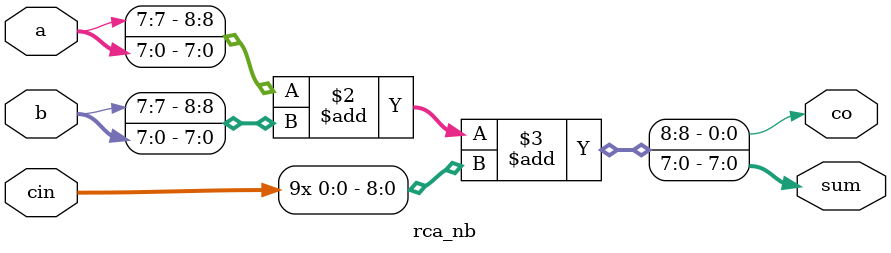
<source format=v>
`timescale 1ns / 1ps
`default_nettype none



module rca_nb  #(parameter n=8) (
    input wire [n-1:0] a,
    input wire [n-1:0] b,
    input wire cin,
    output reg [n-1:0] sum,
    output reg co
    );
	

    always @ (*)
    begin
       {co,sum} = $signed(a) + $signed(b) + $signed(cin);    
    end
    
endmodule

`default_nettype wire


</source>
